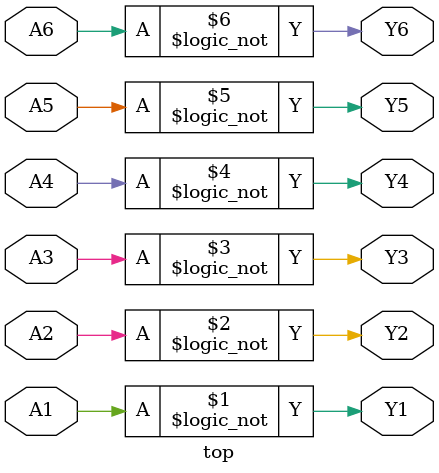
<source format=v>

/*
 * 74x04: Hex (6) inverter gates
 */
module top(A1, Y1,
           A2, Y2,
           A3, Y3,
           A4, Y4,
           A5, Y5,
           A6, Y6);

   (* LOC = "FB1_1" *) input A1;
   (* LOC = "FB1_2" *) output Y1;

   (* LOC = "FB1_3" *) input A2;
   (* LOC = "FB1_4" *) output Y2;

   (* LOC = "FB1_5" *) input A3;
   (* LOC = "FB1_6" *) output Y3;

   (* LOC = "FB1_7" *) input A4;
   (* LOC = "FB1_8" *) output Y4;

   (* LOC = "FB1_9" *) input A5;
   (* LOC = "FB1_10" *) output Y5;

   (* LOC = "FB1_11" *) input A6;
   (* LOC = "FB1_12" *) output Y6;

   assign Y1 = !A1;
   assign Y2 = !A2;
   assign Y3 = !A3;
   assign Y4 = !A4;
   assign Y5 = !A5;
   assign Y6 = !A6;

endmodule

</source>
